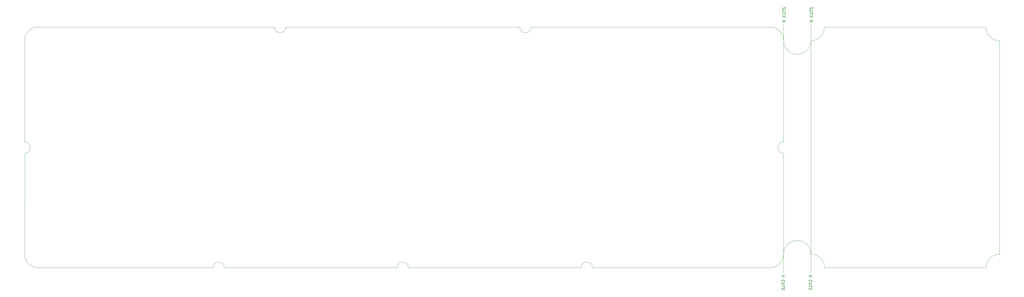
<source format=gm1>
G04 #@! TF.GenerationSoftware,KiCad,Pcbnew,8.0.3*
G04 #@! TF.CreationDate,2024-09-06T14:15:15-05:00*
G04 #@! TF.ProjectId,keyboard,6b657962-6f61-4726-942e-6b696361645f,rev?*
G04 #@! TF.SameCoordinates,Original*
G04 #@! TF.FileFunction,Profile,NP*
%FSLAX46Y46*%
G04 Gerber Fmt 4.6, Leading zero omitted, Abs format (unit mm)*
G04 Created by KiCad (PCBNEW 8.0.3) date 2024-09-06 14:15:15*
%MOMM*%
%LPD*%
G01*
G04 APERTURE LIST*
G04 #@! TA.AperFunction,Profile*
%ADD10C,0.100000*%
G04 #@! TD*
%ADD11C,0.150000*%
G04 APERTURE END LIST*
D10*
X48418750Y-184150000D02*
X109464690Y-184150000D01*
X130895940Y-100012500D02*
X48418750Y-100012500D01*
X323056250Y-100012500D02*
G75*
G02*
X318293750Y-104774950I-4762450J0D01*
G01*
X48418750Y-184150000D02*
G75*
G02*
X43656250Y-179387500I0J4762500D01*
G01*
X134895940Y-100012500D02*
X216620940Y-100012500D01*
X318293750Y-104775000D02*
X318293750Y-99218750D01*
X308768750Y-177800000D02*
X308768750Y-185737500D01*
X43656250Y-140104030D02*
G75*
G02*
X43688000Y-144104030I15870J-2000000D01*
G01*
X308768750Y-179387500D02*
X308768750Y-144104030D01*
X379412500Y-100012500D02*
X323056250Y-100012500D01*
X113464690Y-184150000D02*
X173758440Y-184150000D01*
X109464690Y-184150000D02*
G75*
G02*
X113464690Y-184150000I2000000J0D01*
G01*
X173758440Y-184150000D02*
G75*
G02*
X177758440Y-184150000I2000000J0D01*
G01*
X384175000Y-179387500D02*
X384175000Y-104775000D01*
X242052190Y-184150000D02*
X304006250Y-184150000D01*
X304006250Y-100012500D02*
G75*
G02*
X308768700Y-104775000I-50J-4762500D01*
G01*
X43656250Y-104775000D02*
G75*
G02*
X48418750Y-100012500I4762500J0D01*
G01*
X323056250Y-184150000D02*
X379412500Y-184150000D01*
X177758440Y-184150000D02*
X238052190Y-184150000D01*
X318293750Y-104775000D02*
X318293750Y-179387500D01*
X134895940Y-100012500D02*
G75*
G02*
X130895940Y-100012500I-2000000J0D01*
G01*
X384175000Y-104775000D02*
G75*
G02*
X379412500Y-100012500I0J4762500D01*
G01*
X308768750Y-104775000D02*
X308768750Y-99218750D01*
X318293750Y-104775000D02*
G75*
G02*
X308768750Y-104775000I-4762500J0D01*
G01*
X379412500Y-184150000D02*
G75*
G02*
X384175000Y-179387500I4762500J0D01*
G01*
X43656250Y-140104030D02*
X43656250Y-104775000D01*
X43656250Y-179387500D02*
X43688000Y-144104030D01*
X308768750Y-144104030D02*
G75*
G02*
X308768750Y-140103970I50J2000030D01*
G01*
X308768750Y-179387500D02*
G75*
G02*
X318293750Y-179387500I4762500J0D01*
G01*
X220620940Y-100012500D02*
X304006250Y-100012500D01*
X238052190Y-184150000D02*
G75*
G02*
X242052190Y-184150000I2000000J0D01*
G01*
X308768750Y-179387500D02*
G75*
G02*
X304006250Y-184150050I-4762550J0D01*
G01*
X308768750Y-140104030D02*
X308768750Y-104775000D01*
X318293750Y-179387500D02*
X318293750Y-185737500D01*
X220620940Y-100012500D02*
G75*
G02*
X216620940Y-100012500I-2000000J0D01*
G01*
X318293750Y-179387500D02*
G75*
G02*
X323056300Y-184150000I-50J-4762600D01*
G01*
D11*
X317957319Y-98231077D02*
X318957319Y-97897744D01*
X318957319Y-97897744D02*
X317957319Y-97564411D01*
X318862080Y-95897744D02*
X318909700Y-95945363D01*
X318909700Y-95945363D02*
X318957319Y-96088220D01*
X318957319Y-96088220D02*
X318957319Y-96183458D01*
X318957319Y-96183458D02*
X318909700Y-96326315D01*
X318909700Y-96326315D02*
X318814461Y-96421553D01*
X318814461Y-96421553D02*
X318719223Y-96469172D01*
X318719223Y-96469172D02*
X318528747Y-96516791D01*
X318528747Y-96516791D02*
X318385890Y-96516791D01*
X318385890Y-96516791D02*
X318195414Y-96469172D01*
X318195414Y-96469172D02*
X318100176Y-96421553D01*
X318100176Y-96421553D02*
X318004938Y-96326315D01*
X318004938Y-96326315D02*
X317957319Y-96183458D01*
X317957319Y-96183458D02*
X317957319Y-96088220D01*
X317957319Y-96088220D02*
X318004938Y-95945363D01*
X318004938Y-95945363D02*
X318052557Y-95897744D01*
X317957319Y-95469172D02*
X318766842Y-95469172D01*
X318766842Y-95469172D02*
X318862080Y-95421553D01*
X318862080Y-95421553D02*
X318909700Y-95373934D01*
X318909700Y-95373934D02*
X318957319Y-95278696D01*
X318957319Y-95278696D02*
X318957319Y-95088220D01*
X318957319Y-95088220D02*
X318909700Y-94992982D01*
X318909700Y-94992982D02*
X318862080Y-94945363D01*
X318862080Y-94945363D02*
X318766842Y-94897744D01*
X318766842Y-94897744D02*
X317957319Y-94897744D01*
X317957319Y-94564410D02*
X317957319Y-93992982D01*
X318957319Y-94278696D02*
X317957319Y-94278696D01*
X318909700Y-93707267D02*
X318957319Y-93564410D01*
X318957319Y-93564410D02*
X318957319Y-93326315D01*
X318957319Y-93326315D02*
X318909700Y-93231077D01*
X318909700Y-93231077D02*
X318862080Y-93183458D01*
X318862080Y-93183458D02*
X318766842Y-93135839D01*
X318766842Y-93135839D02*
X318671604Y-93135839D01*
X318671604Y-93135839D02*
X318576366Y-93183458D01*
X318576366Y-93183458D02*
X318528747Y-93231077D01*
X318528747Y-93231077D02*
X318481128Y-93326315D01*
X318481128Y-93326315D02*
X318433509Y-93516791D01*
X318433509Y-93516791D02*
X318385890Y-93612029D01*
X318385890Y-93612029D02*
X318338271Y-93659648D01*
X318338271Y-93659648D02*
X318243033Y-93707267D01*
X318243033Y-93707267D02*
X318147795Y-93707267D01*
X318147795Y-93707267D02*
X318052557Y-93659648D01*
X318052557Y-93659648D02*
X318004938Y-93612029D01*
X318004938Y-93612029D02*
X317957319Y-93516791D01*
X317957319Y-93516791D02*
X317957319Y-93278696D01*
X317957319Y-93278696D02*
X318004938Y-93135839D01*
X309105180Y-186725172D02*
X308105180Y-187058505D01*
X308105180Y-187058505D02*
X309105180Y-187391838D01*
X308200419Y-189058505D02*
X308152800Y-189010886D01*
X308152800Y-189010886D02*
X308105180Y-188868029D01*
X308105180Y-188868029D02*
X308105180Y-188772791D01*
X308105180Y-188772791D02*
X308152800Y-188629934D01*
X308152800Y-188629934D02*
X308248038Y-188534696D01*
X308248038Y-188534696D02*
X308343276Y-188487077D01*
X308343276Y-188487077D02*
X308533752Y-188439458D01*
X308533752Y-188439458D02*
X308676609Y-188439458D01*
X308676609Y-188439458D02*
X308867085Y-188487077D01*
X308867085Y-188487077D02*
X308962323Y-188534696D01*
X308962323Y-188534696D02*
X309057561Y-188629934D01*
X309057561Y-188629934D02*
X309105180Y-188772791D01*
X309105180Y-188772791D02*
X309105180Y-188868029D01*
X309105180Y-188868029D02*
X309057561Y-189010886D01*
X309057561Y-189010886D02*
X309009942Y-189058505D01*
X309105180Y-189487077D02*
X308295657Y-189487077D01*
X308295657Y-189487077D02*
X308200419Y-189534696D01*
X308200419Y-189534696D02*
X308152800Y-189582315D01*
X308152800Y-189582315D02*
X308105180Y-189677553D01*
X308105180Y-189677553D02*
X308105180Y-189868029D01*
X308105180Y-189868029D02*
X308152800Y-189963267D01*
X308152800Y-189963267D02*
X308200419Y-190010886D01*
X308200419Y-190010886D02*
X308295657Y-190058505D01*
X308295657Y-190058505D02*
X309105180Y-190058505D01*
X309105180Y-190391839D02*
X309105180Y-190963267D01*
X308105180Y-190677553D02*
X309105180Y-190677553D01*
X308152800Y-191248982D02*
X308105180Y-191391839D01*
X308105180Y-191391839D02*
X308105180Y-191629934D01*
X308105180Y-191629934D02*
X308152800Y-191725172D01*
X308152800Y-191725172D02*
X308200419Y-191772791D01*
X308200419Y-191772791D02*
X308295657Y-191820410D01*
X308295657Y-191820410D02*
X308390895Y-191820410D01*
X308390895Y-191820410D02*
X308486133Y-191772791D01*
X308486133Y-191772791D02*
X308533752Y-191725172D01*
X308533752Y-191725172D02*
X308581371Y-191629934D01*
X308581371Y-191629934D02*
X308628990Y-191439458D01*
X308628990Y-191439458D02*
X308676609Y-191344220D01*
X308676609Y-191344220D02*
X308724228Y-191296601D01*
X308724228Y-191296601D02*
X308819466Y-191248982D01*
X308819466Y-191248982D02*
X308914704Y-191248982D01*
X308914704Y-191248982D02*
X309009942Y-191296601D01*
X309009942Y-191296601D02*
X309057561Y-191344220D01*
X309057561Y-191344220D02*
X309105180Y-191439458D01*
X309105180Y-191439458D02*
X309105180Y-191677553D01*
X309105180Y-191677553D02*
X309057561Y-191820410D01*
X308432319Y-98231077D02*
X309432319Y-97897744D01*
X309432319Y-97897744D02*
X308432319Y-97564411D01*
X309337080Y-95897744D02*
X309384700Y-95945363D01*
X309384700Y-95945363D02*
X309432319Y-96088220D01*
X309432319Y-96088220D02*
X309432319Y-96183458D01*
X309432319Y-96183458D02*
X309384700Y-96326315D01*
X309384700Y-96326315D02*
X309289461Y-96421553D01*
X309289461Y-96421553D02*
X309194223Y-96469172D01*
X309194223Y-96469172D02*
X309003747Y-96516791D01*
X309003747Y-96516791D02*
X308860890Y-96516791D01*
X308860890Y-96516791D02*
X308670414Y-96469172D01*
X308670414Y-96469172D02*
X308575176Y-96421553D01*
X308575176Y-96421553D02*
X308479938Y-96326315D01*
X308479938Y-96326315D02*
X308432319Y-96183458D01*
X308432319Y-96183458D02*
X308432319Y-96088220D01*
X308432319Y-96088220D02*
X308479938Y-95945363D01*
X308479938Y-95945363D02*
X308527557Y-95897744D01*
X308432319Y-95469172D02*
X309241842Y-95469172D01*
X309241842Y-95469172D02*
X309337080Y-95421553D01*
X309337080Y-95421553D02*
X309384700Y-95373934D01*
X309384700Y-95373934D02*
X309432319Y-95278696D01*
X309432319Y-95278696D02*
X309432319Y-95088220D01*
X309432319Y-95088220D02*
X309384700Y-94992982D01*
X309384700Y-94992982D02*
X309337080Y-94945363D01*
X309337080Y-94945363D02*
X309241842Y-94897744D01*
X309241842Y-94897744D02*
X308432319Y-94897744D01*
X308432319Y-94564410D02*
X308432319Y-93992982D01*
X309432319Y-94278696D02*
X308432319Y-94278696D01*
X309384700Y-93707267D02*
X309432319Y-93564410D01*
X309432319Y-93564410D02*
X309432319Y-93326315D01*
X309432319Y-93326315D02*
X309384700Y-93231077D01*
X309384700Y-93231077D02*
X309337080Y-93183458D01*
X309337080Y-93183458D02*
X309241842Y-93135839D01*
X309241842Y-93135839D02*
X309146604Y-93135839D01*
X309146604Y-93135839D02*
X309051366Y-93183458D01*
X309051366Y-93183458D02*
X309003747Y-93231077D01*
X309003747Y-93231077D02*
X308956128Y-93326315D01*
X308956128Y-93326315D02*
X308908509Y-93516791D01*
X308908509Y-93516791D02*
X308860890Y-93612029D01*
X308860890Y-93612029D02*
X308813271Y-93659648D01*
X308813271Y-93659648D02*
X308718033Y-93707267D01*
X308718033Y-93707267D02*
X308622795Y-93707267D01*
X308622795Y-93707267D02*
X308527557Y-93659648D01*
X308527557Y-93659648D02*
X308479938Y-93612029D01*
X308479938Y-93612029D02*
X308432319Y-93516791D01*
X308432319Y-93516791D02*
X308432319Y-93278696D01*
X308432319Y-93278696D02*
X308479938Y-93135839D01*
X318630180Y-186725172D02*
X317630180Y-187058505D01*
X317630180Y-187058505D02*
X318630180Y-187391838D01*
X317725419Y-189058505D02*
X317677800Y-189010886D01*
X317677800Y-189010886D02*
X317630180Y-188868029D01*
X317630180Y-188868029D02*
X317630180Y-188772791D01*
X317630180Y-188772791D02*
X317677800Y-188629934D01*
X317677800Y-188629934D02*
X317773038Y-188534696D01*
X317773038Y-188534696D02*
X317868276Y-188487077D01*
X317868276Y-188487077D02*
X318058752Y-188439458D01*
X318058752Y-188439458D02*
X318201609Y-188439458D01*
X318201609Y-188439458D02*
X318392085Y-188487077D01*
X318392085Y-188487077D02*
X318487323Y-188534696D01*
X318487323Y-188534696D02*
X318582561Y-188629934D01*
X318582561Y-188629934D02*
X318630180Y-188772791D01*
X318630180Y-188772791D02*
X318630180Y-188868029D01*
X318630180Y-188868029D02*
X318582561Y-189010886D01*
X318582561Y-189010886D02*
X318534942Y-189058505D01*
X318630180Y-189487077D02*
X317820657Y-189487077D01*
X317820657Y-189487077D02*
X317725419Y-189534696D01*
X317725419Y-189534696D02*
X317677800Y-189582315D01*
X317677800Y-189582315D02*
X317630180Y-189677553D01*
X317630180Y-189677553D02*
X317630180Y-189868029D01*
X317630180Y-189868029D02*
X317677800Y-189963267D01*
X317677800Y-189963267D02*
X317725419Y-190010886D01*
X317725419Y-190010886D02*
X317820657Y-190058505D01*
X317820657Y-190058505D02*
X318630180Y-190058505D01*
X318630180Y-190391839D02*
X318630180Y-190963267D01*
X317630180Y-190677553D02*
X318630180Y-190677553D01*
X317677800Y-191248982D02*
X317630180Y-191391839D01*
X317630180Y-191391839D02*
X317630180Y-191629934D01*
X317630180Y-191629934D02*
X317677800Y-191725172D01*
X317677800Y-191725172D02*
X317725419Y-191772791D01*
X317725419Y-191772791D02*
X317820657Y-191820410D01*
X317820657Y-191820410D02*
X317915895Y-191820410D01*
X317915895Y-191820410D02*
X318011133Y-191772791D01*
X318011133Y-191772791D02*
X318058752Y-191725172D01*
X318058752Y-191725172D02*
X318106371Y-191629934D01*
X318106371Y-191629934D02*
X318153990Y-191439458D01*
X318153990Y-191439458D02*
X318201609Y-191344220D01*
X318201609Y-191344220D02*
X318249228Y-191296601D01*
X318249228Y-191296601D02*
X318344466Y-191248982D01*
X318344466Y-191248982D02*
X318439704Y-191248982D01*
X318439704Y-191248982D02*
X318534942Y-191296601D01*
X318534942Y-191296601D02*
X318582561Y-191344220D01*
X318582561Y-191344220D02*
X318630180Y-191439458D01*
X318630180Y-191439458D02*
X318630180Y-191677553D01*
X318630180Y-191677553D02*
X318582561Y-191820410D01*
M02*

</source>
